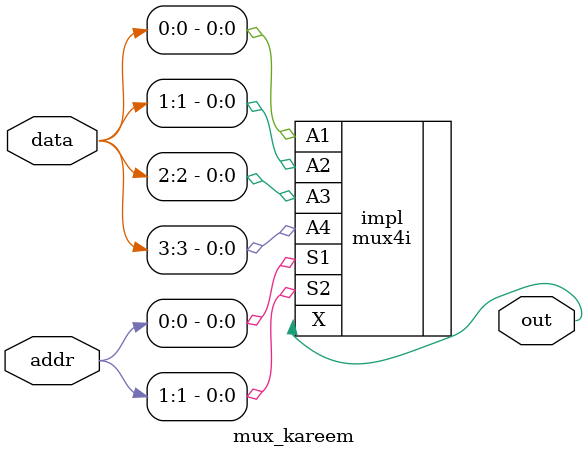
<source format=v>
module mux_kareem #(
    parameter WIDTH=4, ADDR_W=$clog2(WIDTH)
) (input [WIDTH-1:0] data, output out, input [ADDR_W-1:0] addr);

    mux4i impl(.X(out), .S1(addr[0]), .S2(addr[1]), .A1(data[0]), .A2(data[1]), .A3(data[2]), .A4(data[3]));

endmodule

</source>
